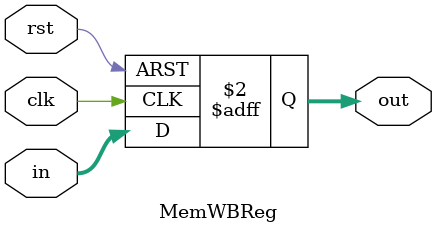
<source format=v>
module MemWBReg #(parameter N = 32)(clk, rst, in, out);
    input clk, rst;
    input [N-1:0]in;
    output reg [N-1:0] out;
    always @(posedge clk, posedge rst) begin
        if (rst)
            out <= {N{1'b0}};
        else
            out <= in;
    end
endmodule
</source>
